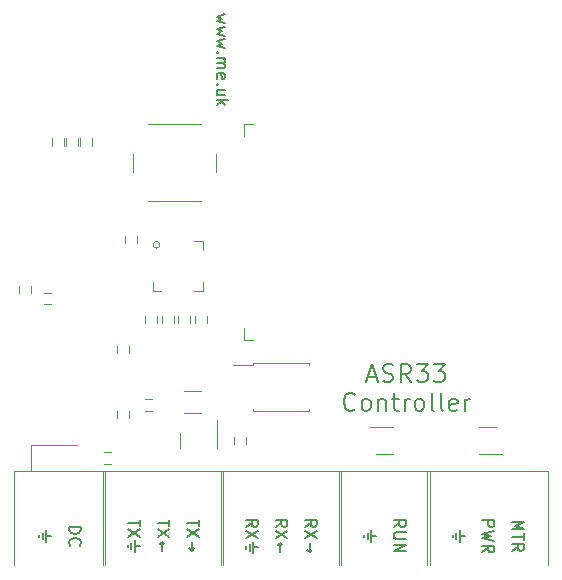
<source format=gbr>
%TF.GenerationSoftware,KiCad,Pcbnew,(6.0.1-0)*%
%TF.CreationDate,2022-01-29T08:34:54+00:00*%
%TF.ProjectId,ASR33,41535233-332e-46b6-9963-61645f706362,1*%
%TF.SameCoordinates,Original*%
%TF.FileFunction,Legend,Top*%
%TF.FilePolarity,Positive*%
%FSLAX46Y46*%
G04 Gerber Fmt 4.6, Leading zero omitted, Abs format (unit mm)*
G04 Created by KiCad (PCBNEW (6.0.1-0)) date 2022-01-29 08:34:54*
%MOMM*%
%LPD*%
G01*
G04 APERTURE LIST*
%ADD10C,0.200000*%
%ADD11C,0.150000*%
%ADD12C,0.120000*%
G04 APERTURE END LIST*
D10*
X149850000Y-104042500D02*
X150564285Y-104042500D01*
X149707142Y-104471071D02*
X150207142Y-102971071D01*
X150707142Y-104471071D01*
X151135714Y-104399642D02*
X151350000Y-104471071D01*
X151707142Y-104471071D01*
X151850000Y-104399642D01*
X151921428Y-104328214D01*
X151992857Y-104185357D01*
X151992857Y-104042500D01*
X151921428Y-103899642D01*
X151850000Y-103828214D01*
X151707142Y-103756785D01*
X151421428Y-103685357D01*
X151278571Y-103613928D01*
X151207142Y-103542500D01*
X151135714Y-103399642D01*
X151135714Y-103256785D01*
X151207142Y-103113928D01*
X151278571Y-103042500D01*
X151421428Y-102971071D01*
X151778571Y-102971071D01*
X151992857Y-103042500D01*
X153492857Y-104471071D02*
X152992857Y-103756785D01*
X152635714Y-104471071D02*
X152635714Y-102971071D01*
X153207142Y-102971071D01*
X153350000Y-103042500D01*
X153421428Y-103113928D01*
X153492857Y-103256785D01*
X153492857Y-103471071D01*
X153421428Y-103613928D01*
X153350000Y-103685357D01*
X153207142Y-103756785D01*
X152635714Y-103756785D01*
X153992857Y-102971071D02*
X154921428Y-102971071D01*
X154421428Y-103542500D01*
X154635714Y-103542500D01*
X154778571Y-103613928D01*
X154850000Y-103685357D01*
X154921428Y-103828214D01*
X154921428Y-104185357D01*
X154850000Y-104328214D01*
X154778571Y-104399642D01*
X154635714Y-104471071D01*
X154207142Y-104471071D01*
X154064285Y-104399642D01*
X153992857Y-104328214D01*
X155421428Y-102971071D02*
X156350000Y-102971071D01*
X155850000Y-103542500D01*
X156064285Y-103542500D01*
X156207142Y-103613928D01*
X156278571Y-103685357D01*
X156350000Y-103828214D01*
X156350000Y-104185357D01*
X156278571Y-104328214D01*
X156207142Y-104399642D01*
X156064285Y-104471071D01*
X155635714Y-104471071D01*
X155492857Y-104399642D01*
X155421428Y-104328214D01*
X148742857Y-106743214D02*
X148671428Y-106814642D01*
X148457142Y-106886071D01*
X148314285Y-106886071D01*
X148100000Y-106814642D01*
X147957142Y-106671785D01*
X147885714Y-106528928D01*
X147814285Y-106243214D01*
X147814285Y-106028928D01*
X147885714Y-105743214D01*
X147957142Y-105600357D01*
X148100000Y-105457500D01*
X148314285Y-105386071D01*
X148457142Y-105386071D01*
X148671428Y-105457500D01*
X148742857Y-105528928D01*
X149600000Y-106886071D02*
X149457142Y-106814642D01*
X149385714Y-106743214D01*
X149314285Y-106600357D01*
X149314285Y-106171785D01*
X149385714Y-106028928D01*
X149457142Y-105957500D01*
X149600000Y-105886071D01*
X149814285Y-105886071D01*
X149957142Y-105957500D01*
X150028571Y-106028928D01*
X150100000Y-106171785D01*
X150100000Y-106600357D01*
X150028571Y-106743214D01*
X149957142Y-106814642D01*
X149814285Y-106886071D01*
X149600000Y-106886071D01*
X150742857Y-105886071D02*
X150742857Y-106886071D01*
X150742857Y-106028928D02*
X150814285Y-105957500D01*
X150957142Y-105886071D01*
X151171428Y-105886071D01*
X151314285Y-105957500D01*
X151385714Y-106100357D01*
X151385714Y-106886071D01*
X151885714Y-105886071D02*
X152457142Y-105886071D01*
X152100000Y-105386071D02*
X152100000Y-106671785D01*
X152171428Y-106814642D01*
X152314285Y-106886071D01*
X152457142Y-106886071D01*
X152957142Y-106886071D02*
X152957142Y-105886071D01*
X152957142Y-106171785D02*
X153028571Y-106028928D01*
X153100000Y-105957500D01*
X153242857Y-105886071D01*
X153385714Y-105886071D01*
X154100000Y-106886071D02*
X153957142Y-106814642D01*
X153885714Y-106743214D01*
X153814285Y-106600357D01*
X153814285Y-106171785D01*
X153885714Y-106028928D01*
X153957142Y-105957500D01*
X154100000Y-105886071D01*
X154314285Y-105886071D01*
X154457142Y-105957500D01*
X154528571Y-106028928D01*
X154600000Y-106171785D01*
X154600000Y-106600357D01*
X154528571Y-106743214D01*
X154457142Y-106814642D01*
X154314285Y-106886071D01*
X154100000Y-106886071D01*
X155457142Y-106886071D02*
X155314285Y-106814642D01*
X155242857Y-106671785D01*
X155242857Y-105386071D01*
X156242857Y-106886071D02*
X156100000Y-106814642D01*
X156028571Y-106671785D01*
X156028571Y-105386071D01*
X157385714Y-106814642D02*
X157242857Y-106886071D01*
X156957142Y-106886071D01*
X156814285Y-106814642D01*
X156742857Y-106671785D01*
X156742857Y-106100357D01*
X156814285Y-105957500D01*
X156957142Y-105886071D01*
X157242857Y-105886071D01*
X157385714Y-105957500D01*
X157457142Y-106100357D01*
X157457142Y-106243214D01*
X156742857Y-106386071D01*
X158100000Y-106886071D02*
X158100000Y-105886071D01*
X158100000Y-106171785D02*
X158171428Y-106028928D01*
X158242857Y-105957500D01*
X158385714Y-105886071D01*
X158528571Y-105886071D01*
D11*
X137714285Y-73342857D02*
X137047619Y-73533333D01*
X137523809Y-73723809D01*
X137047619Y-73914285D01*
X137714285Y-74104761D01*
X137714285Y-74390476D02*
X137047619Y-74580952D01*
X137523809Y-74771428D01*
X137047619Y-74961904D01*
X137714285Y-75152380D01*
X137714285Y-75438095D02*
X137047619Y-75628571D01*
X137523809Y-75819047D01*
X137047619Y-76009523D01*
X137714285Y-76200000D01*
X137142857Y-76580952D02*
X137095238Y-76628571D01*
X137047619Y-76580952D01*
X137095238Y-76533333D01*
X137142857Y-76580952D01*
X137047619Y-76580952D01*
X137047619Y-77057142D02*
X137714285Y-77057142D01*
X137619047Y-77057142D02*
X137666666Y-77104761D01*
X137714285Y-77200000D01*
X137714285Y-77342857D01*
X137666666Y-77438095D01*
X137571428Y-77485714D01*
X137047619Y-77485714D01*
X137571428Y-77485714D02*
X137666666Y-77533333D01*
X137714285Y-77628571D01*
X137714285Y-77771428D01*
X137666666Y-77866666D01*
X137571428Y-77914285D01*
X137047619Y-77914285D01*
X137095238Y-78771428D02*
X137047619Y-78676190D01*
X137047619Y-78485714D01*
X137095238Y-78390476D01*
X137190476Y-78342857D01*
X137571428Y-78342857D01*
X137666666Y-78390476D01*
X137714285Y-78485714D01*
X137714285Y-78676190D01*
X137666666Y-78771428D01*
X137571428Y-78819047D01*
X137476190Y-78819047D01*
X137380952Y-78342857D01*
X137142857Y-79247619D02*
X137095238Y-79295238D01*
X137047619Y-79247619D01*
X137095238Y-79200000D01*
X137142857Y-79247619D01*
X137047619Y-79247619D01*
X137714285Y-80152380D02*
X137047619Y-80152380D01*
X137714285Y-79723809D02*
X137190476Y-79723809D01*
X137095238Y-79771428D01*
X137047619Y-79866666D01*
X137047619Y-80009523D01*
X137095238Y-80104761D01*
X137142857Y-80152380D01*
X137047619Y-80628571D02*
X138047619Y-80628571D01*
X137428571Y-80723809D02*
X137047619Y-81009523D01*
X137714285Y-81009523D02*
X137333333Y-80628571D01*
D10*
X159547619Y-116166666D02*
X160547619Y-116166666D01*
X160547619Y-116547619D01*
X160500000Y-116642857D01*
X160452380Y-116690476D01*
X160357142Y-116738095D01*
X160214285Y-116738095D01*
X160119047Y-116690476D01*
X160071428Y-116642857D01*
X160023809Y-116547619D01*
X160023809Y-116166666D01*
X160547619Y-117071428D02*
X159547619Y-117309523D01*
X160261904Y-117500000D01*
X159547619Y-117690476D01*
X160547619Y-117928571D01*
X159547619Y-118880952D02*
X160023809Y-118547619D01*
X159547619Y-118309523D02*
X160547619Y-118309523D01*
X160547619Y-118690476D01*
X160500000Y-118785714D01*
X160452380Y-118833333D01*
X160357142Y-118880952D01*
X160214285Y-118880952D01*
X160119047Y-118833333D01*
X160071428Y-118785714D01*
X160023809Y-118690476D01*
X160023809Y-118309523D01*
X144547619Y-116714285D02*
X145023809Y-116380952D01*
X144547619Y-116142857D02*
X145547619Y-116142857D01*
X145547619Y-116523809D01*
X145500000Y-116619047D01*
X145452380Y-116666666D01*
X145357142Y-116714285D01*
X145214285Y-116714285D01*
X145119047Y-116666666D01*
X145071428Y-116619047D01*
X145023809Y-116523809D01*
X145023809Y-116142857D01*
X145547619Y-117047619D02*
X144547619Y-117714285D01*
X145547619Y-117714285D02*
X144547619Y-117047619D01*
X144928571Y-118095238D02*
X144928571Y-118857142D01*
X144738095Y-118666666D02*
X144928571Y-118857142D01*
X145119047Y-118666666D01*
X162047619Y-116285714D02*
X163047619Y-116285714D01*
X162333333Y-116619047D01*
X163047619Y-116952380D01*
X162047619Y-116952380D01*
X163047619Y-117285714D02*
X163047619Y-117857142D01*
X162047619Y-117571428D02*
X163047619Y-117571428D01*
X162047619Y-118761904D02*
X162523809Y-118428571D01*
X162047619Y-118190476D02*
X163047619Y-118190476D01*
X163047619Y-118571428D01*
X163000000Y-118666666D01*
X162952380Y-118714285D01*
X162857142Y-118761904D01*
X162714285Y-118761904D01*
X162619047Y-118714285D01*
X162571428Y-118666666D01*
X162523809Y-118571428D01*
X162523809Y-118190476D01*
X133047619Y-116119047D02*
X133047619Y-116690476D01*
X132047619Y-116404761D02*
X133047619Y-116404761D01*
X133047619Y-116928571D02*
X132047619Y-117595238D01*
X133047619Y-117595238D02*
X132047619Y-116928571D01*
X132428571Y-118738095D02*
X132428571Y-117976190D01*
X132238095Y-118166666D02*
X132428571Y-117976190D01*
X132619047Y-118166666D01*
X130547619Y-116119047D02*
X130547619Y-116690476D01*
X129547619Y-116404761D02*
X130547619Y-116404761D01*
X130547619Y-116928571D02*
X129547619Y-117595238D01*
X130547619Y-117595238D02*
X129547619Y-116928571D01*
X130119047Y-117880952D02*
X130119047Y-118833333D01*
X129833333Y-118071428D02*
X129833333Y-118642857D01*
X130547619Y-118357142D02*
X130119047Y-118357142D01*
X129547619Y-118452380D02*
X129547619Y-118261904D01*
X150119047Y-117023809D02*
X150119047Y-117976190D01*
X149833333Y-117214285D02*
X149833333Y-117785714D01*
X150547619Y-117500000D02*
X150119047Y-117500000D01*
X149547619Y-117595238D02*
X149547619Y-117404761D01*
X135547619Y-116119047D02*
X135547619Y-116690476D01*
X134547619Y-116404761D02*
X135547619Y-116404761D01*
X135547619Y-116928571D02*
X134547619Y-117595238D01*
X135547619Y-117595238D02*
X134547619Y-116928571D01*
X134928571Y-117976190D02*
X134928571Y-118738095D01*
X134738095Y-118547619D02*
X134928571Y-118738095D01*
X135119047Y-118547619D01*
X157619047Y-117023809D02*
X157619047Y-117976190D01*
X157333333Y-117214285D02*
X157333333Y-117785714D01*
X158047619Y-117500000D02*
X157619047Y-117500000D01*
X157047619Y-117595238D02*
X157047619Y-117404761D01*
X152047619Y-116761904D02*
X152523809Y-116428571D01*
X152047619Y-116190476D02*
X153047619Y-116190476D01*
X153047619Y-116571428D01*
X153000000Y-116666666D01*
X152952380Y-116714285D01*
X152857142Y-116761904D01*
X152714285Y-116761904D01*
X152619047Y-116714285D01*
X152571428Y-116666666D01*
X152523809Y-116571428D01*
X152523809Y-116190476D01*
X153047619Y-117190476D02*
X152238095Y-117190476D01*
X152142857Y-117238095D01*
X152095238Y-117285714D01*
X152047619Y-117380952D01*
X152047619Y-117571428D01*
X152095238Y-117666666D01*
X152142857Y-117714285D01*
X152238095Y-117761904D01*
X153047619Y-117761904D01*
X152047619Y-118238095D02*
X153047619Y-118238095D01*
X152047619Y-118809523D01*
X153047619Y-118809523D01*
X124547619Y-116738095D02*
X125547619Y-116738095D01*
X125547619Y-116976190D01*
X125500000Y-117119047D01*
X125404761Y-117214285D01*
X125309523Y-117261904D01*
X125119047Y-117309523D01*
X124976190Y-117309523D01*
X124785714Y-117261904D01*
X124690476Y-117214285D01*
X124595238Y-117119047D01*
X124547619Y-116976190D01*
X124547619Y-116738095D01*
X124642857Y-118309523D02*
X124595238Y-118261904D01*
X124547619Y-118119047D01*
X124547619Y-118023809D01*
X124595238Y-117880952D01*
X124690476Y-117785714D01*
X124785714Y-117738095D01*
X124976190Y-117690476D01*
X125119047Y-117690476D01*
X125309523Y-117738095D01*
X125404761Y-117785714D01*
X125500000Y-117880952D01*
X125547619Y-118023809D01*
X125547619Y-118119047D01*
X125500000Y-118261904D01*
X125452380Y-118309523D01*
X122619047Y-117023809D02*
X122619047Y-117976190D01*
X122333333Y-117214285D02*
X122333333Y-117785714D01*
X123047619Y-117500000D02*
X122619047Y-117500000D01*
X122047619Y-117595238D02*
X122047619Y-117404761D01*
X139547619Y-116714285D02*
X140023809Y-116380952D01*
X139547619Y-116142857D02*
X140547619Y-116142857D01*
X140547619Y-116523809D01*
X140500000Y-116619047D01*
X140452380Y-116666666D01*
X140357142Y-116714285D01*
X140214285Y-116714285D01*
X140119047Y-116666666D01*
X140071428Y-116619047D01*
X140023809Y-116523809D01*
X140023809Y-116142857D01*
X140547619Y-117047619D02*
X139547619Y-117714285D01*
X140547619Y-117714285D02*
X139547619Y-117047619D01*
X140119047Y-118000000D02*
X140119047Y-118952380D01*
X139833333Y-118190476D02*
X139833333Y-118761904D01*
X140547619Y-118476190D02*
X140119047Y-118476190D01*
X139547619Y-118571428D02*
X139547619Y-118380952D01*
X142047619Y-116714285D02*
X142523809Y-116380952D01*
X142047619Y-116142857D02*
X143047619Y-116142857D01*
X143047619Y-116523809D01*
X143000000Y-116619047D01*
X142952380Y-116666666D01*
X142857142Y-116714285D01*
X142714285Y-116714285D01*
X142619047Y-116666666D01*
X142571428Y-116619047D01*
X142523809Y-116523809D01*
X142523809Y-116142857D01*
X143047619Y-117047619D02*
X142047619Y-117714285D01*
X143047619Y-117714285D02*
X142047619Y-117047619D01*
X142428571Y-118857142D02*
X142428571Y-118095238D01*
X142238095Y-118285714D02*
X142428571Y-118095238D01*
X142619047Y-118285714D01*
D12*
%TO.C,U2*%
X135860000Y-96760000D02*
X135860000Y-96035000D01*
X135860000Y-92540000D02*
X135860000Y-93265000D01*
X132365000Y-96760000D02*
X131640000Y-96760000D01*
X131640000Y-96760000D02*
X131640000Y-96035000D01*
X135135000Y-96760000D02*
X135860000Y-96760000D01*
X135135000Y-92540000D02*
X135860000Y-92540000D01*
X132232843Y-92850000D02*
G75*
G03*
X132232843Y-92850000I-282843J0D01*
G01*
%TO.C,U1*%
X140150000Y-100870000D02*
X139370000Y-100870000D01*
X140150000Y-82630000D02*
X139370000Y-82630000D01*
X139370000Y-100870000D02*
X139370000Y-99870000D01*
X139370000Y-82630000D02*
X139370000Y-83630000D01*
%TO.C,R3*%
X125300000Y-84450000D02*
X125300000Y-83850000D01*
X124300000Y-84450000D02*
X124300000Y-83850000D01*
%TO.C,C1*%
X130300000Y-92100000D02*
X130300000Y-92700000D01*
X129300000Y-92100000D02*
X129300000Y-92700000D01*
%TO.C,R5*%
X128600000Y-107500000D02*
X128600000Y-106900000D01*
X129600000Y-107500000D02*
X129600000Y-106900000D01*
%TO.C,R4*%
X129600000Y-102000000D02*
X129600000Y-101400000D01*
X128600000Y-102000000D02*
X128600000Y-101400000D01*
%TO.C,R6*%
X133800000Y-99500000D02*
X133800000Y-98900000D01*
X134800000Y-99500000D02*
X134800000Y-98900000D01*
%TO.C,R7*%
X132400000Y-98900000D02*
X132400000Y-99500000D01*
X133400000Y-98900000D02*
X133400000Y-99500000D01*
%TO.C,R1*%
X124100000Y-84450000D02*
X124100000Y-83850000D01*
X123100000Y-84450000D02*
X123100000Y-83850000D01*
%TO.C,R2*%
X126500000Y-84450000D02*
X126500000Y-83850000D01*
X125500000Y-84450000D02*
X125500000Y-83850000D01*
%TO.C,C4*%
X128100000Y-111400000D02*
X127500000Y-111400000D01*
X128100000Y-110400000D02*
X127500000Y-110400000D01*
%TO.C,C2*%
X135200000Y-99500000D02*
X135200000Y-98900000D01*
X136200000Y-99500000D02*
X136200000Y-98900000D01*
%TO.C,C3*%
X132000000Y-99500000D02*
X132000000Y-98900000D01*
X131000000Y-99500000D02*
X131000000Y-98900000D01*
%TO.C,D2*%
X160700000Y-108240000D02*
X159300000Y-108240000D01*
X159300000Y-110560000D02*
X161200000Y-110560000D01*
%TO.C,Q1*%
X133940000Y-109400000D02*
X133940000Y-110050000D01*
X133940000Y-109400000D02*
X133940000Y-108750000D01*
X137060000Y-109400000D02*
X137060000Y-110050000D01*
X137060000Y-109400000D02*
X137060000Y-107725000D01*
%TO.C,C6*%
X138500000Y-109100000D02*
X138500000Y-109700000D01*
X139500000Y-109100000D02*
X139500000Y-109700000D01*
%TO.C,R10*%
X131600000Y-105900000D02*
X131000000Y-105900000D01*
X131600000Y-106900000D02*
X131000000Y-106900000D01*
%TO.C,J5*%
X137600000Y-112000000D02*
X137600000Y-120000000D01*
X127400000Y-112000000D02*
X127400000Y-120000000D01*
X127400000Y-112000000D02*
X137600000Y-112000000D01*
%TO.C,R9*%
X123000000Y-97900000D02*
X122400000Y-97900000D01*
X123000000Y-96900000D02*
X122400000Y-96900000D01*
%TO.C,SW1*%
X131250000Y-89150000D02*
X135750000Y-89150000D01*
X135750000Y-82650000D02*
X131250000Y-82650000D01*
X137000000Y-86650000D02*
X137000000Y-85150000D01*
X130000000Y-85150000D02*
X130000000Y-86650000D01*
%TO.C,D3*%
X150550000Y-110560000D02*
X151950000Y-110560000D01*
X151950000Y-108240000D02*
X150050000Y-108240000D01*
%TO.C,D4*%
X121315000Y-112035000D02*
X125200000Y-112035000D01*
X125200000Y-109765000D02*
X121315000Y-109765000D01*
X121315000Y-109765000D02*
X121315000Y-112035000D01*
%TO.C,C5*%
X135736252Y-105240000D02*
X134313748Y-105240000D01*
X135736252Y-107060000D02*
X134313748Y-107060000D01*
%TO.C,U5*%
X144900000Y-106750000D02*
X144900000Y-106900000D01*
X144900000Y-106900000D02*
X140100000Y-106900000D01*
X140100000Y-103050000D02*
X140100000Y-102900000D01*
X144900000Y-102900000D02*
X144900000Y-103050000D01*
X140100000Y-106900000D02*
X140100000Y-106750000D01*
X140100000Y-103050000D02*
X138400000Y-103050000D01*
X140100000Y-102900000D02*
X144900000Y-102900000D01*
%TO.C,J6*%
X137400000Y-112000000D02*
X137400000Y-120000000D01*
X147600000Y-112000000D02*
X147600000Y-120000000D01*
X137400000Y-112000000D02*
X147600000Y-112000000D01*
%TO.C,J2*%
X119900000Y-112000000D02*
X127600000Y-112000000D01*
X127600000Y-112000000D02*
X127600000Y-120000000D01*
X119900000Y-112000000D02*
X119900000Y-120000000D01*
%TO.C,R8*%
X121300000Y-96300000D02*
X121300000Y-96900000D01*
X120300000Y-96300000D02*
X120300000Y-96900000D01*
%TO.C,J3*%
X154900000Y-112000000D02*
X165100000Y-112000000D01*
X154900000Y-112000000D02*
X154900000Y-120000000D01*
X165100000Y-112000000D02*
X165100000Y-120000000D01*
%TO.C,J4*%
X147400000Y-112000000D02*
X155100000Y-112000000D01*
X147400000Y-112000000D02*
X147400000Y-120000000D01*
X155100000Y-112000000D02*
X155100000Y-120000000D01*
%TD*%
M02*

</source>
